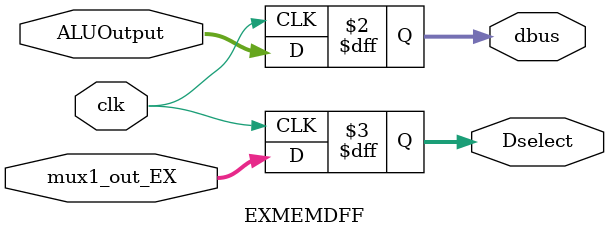
<source format=v>
`timescale 1ns / 1ps


module EXMEMDFF(ALUOutput, mux1_out_EX, clk, dbus, Dselect);
    //Declare inputs and outputs
    input[31:0] ALUOutput, mux1_out_EX;
    input clk;
    output reg[31:0] dbus, Dselect;
    //Assign flip-flop values
    always @(posedge clk) begin
        dbus = ALUOutput;
        Dselect = mux1_out_EX;
    end
endmodule

</source>
